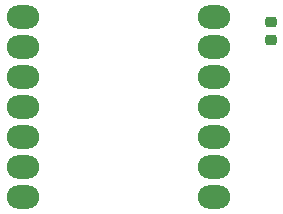
<source format=gtp>
G04 #@! TF.GenerationSoftware,KiCad,Pcbnew,8.0.1*
G04 #@! TF.CreationDate,2024-05-20T20:52:02+02:00*
G04 #@! TF.ProjectId,microled-square,6d696372-6f6c-4656-942d-737175617265,rev?*
G04 #@! TF.SameCoordinates,Original*
G04 #@! TF.FileFunction,Paste,Top*
G04 #@! TF.FilePolarity,Positive*
%FSLAX46Y46*%
G04 Gerber Fmt 4.6, Leading zero omitted, Abs format (unit mm)*
G04 Created by KiCad (PCBNEW 8.0.1) date 2024-05-20 20:52:02*
%MOMM*%
%LPD*%
G01*
G04 APERTURE LIST*
G04 Aperture macros list*
%AMRoundRect*
0 Rectangle with rounded corners*
0 $1 Rounding radius*
0 $2 $3 $4 $5 $6 $7 $8 $9 X,Y pos of 4 corners*
0 Add a 4 corners polygon primitive as box body*
4,1,4,$2,$3,$4,$5,$6,$7,$8,$9,$2,$3,0*
0 Add four circle primitives for the rounded corners*
1,1,$1+$1,$2,$3*
1,1,$1+$1,$4,$5*
1,1,$1+$1,$6,$7*
1,1,$1+$1,$8,$9*
0 Add four rect primitives between the rounded corners*
20,1,$1+$1,$2,$3,$4,$5,0*
20,1,$1+$1,$4,$5,$6,$7,0*
20,1,$1+$1,$6,$7,$8,$9,0*
20,1,$1+$1,$8,$9,$2,$3,0*%
G04 Aperture macros list end*
%ADD10RoundRect,1.000000X-0.375000X-0.000010X0.375000X-0.000010X0.375000X0.000010X-0.375000X0.000010X0*%
%ADD11RoundRect,0.225000X-0.250000X0.225000X-0.250000X-0.225000X0.250000X-0.225000X0.250000X0.225000X0*%
G04 APERTURE END LIST*
D10*
X30000000Y-24800000D03*
X30000000Y-27340000D03*
X30000000Y-29880000D03*
X30000000Y-32420000D03*
X30000000Y-34960000D03*
X30000000Y-37500000D03*
X30000000Y-40040000D03*
X46165000Y-40040000D03*
X46165000Y-37500000D03*
X46165000Y-34960000D03*
X46165000Y-32420000D03*
X46165000Y-29880000D03*
X46165000Y-27340000D03*
X46165000Y-24800000D03*
D11*
X51000000Y-25225000D03*
X51000000Y-26775000D03*
M02*

</source>
